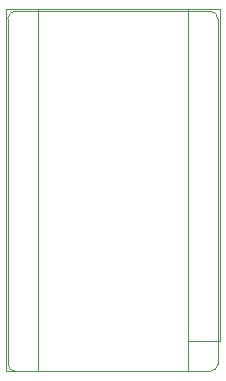
<source format=gbr>
%TF.GenerationSoftware,KiCad,Pcbnew,5.1.7+dfsg1-1~bpo10+1*%
%TF.CreationDate,Date%
%TF.ProjectId,ProMicro_TEST,50726f4d-6963-4726-9f5f-544553542e6b,v1.0*%
%TF.SameCoordinates,Original*%
%TF.FileFunction,Legend,Top*%
%TF.FilePolarity,Positive*%
%FSLAX45Y45*%
G04 Gerber Fmt 4.5, Leading zero omitted, Abs format (unit mm)*
G04 Created by KiCad*
%MOMM*%
%LPD*%
G01*
G04 APERTURE LIST*
%TA.AperFunction,Profile*%
%ADD10C,0.100000*%
%TD*%
%ADD11C,0.120000*%
%ADD12R,2.000000X2.000000*%
%ADD13O,2.000000X2.000000*%
G04 APERTURE END LIST*
D10*
X127000Y2857500D02*
X127000Y-63500D01*
X-1651000Y-63500D02*
X-1651000Y2857500D01*
X-1587500Y-127000D02*
G75*
G02*
X-1651000Y-63500I0J63500D01*
G01*
X127000Y-63500D02*
G75*
G02*
X63500Y-127000I-63500J0D01*
G01*
X63500Y2921000D02*
G75*
G02*
X127000Y2857500I0J-63500D01*
G01*
X-1651000Y2857500D02*
G75*
G02*
X-1587500Y2921000I63500J0D01*
G01*
X63500Y-127000D02*
X-1587500Y-127000D01*
X-1587500Y2921000D02*
X63500Y2921000D01*
D11*
X142000Y127000D02*
X142000Y2936000D01*
X-1397000Y-127000D02*
X-1397000Y2936000D01*
X-127000Y127000D02*
X142000Y127000D01*
X-127000Y-127000D02*
X-127000Y2936000D01*
X142000Y2936000D02*
X-1666000Y2936000D01*
X-1666000Y2936000D02*
X-1666000Y-127000D01*
X-1666000Y-127000D02*
X-127000Y-127000D01*
%LPC*%
D12*
X0Y0D03*
D13*
X0Y254000D03*
X0Y508000D03*
X-1524000Y2794000D03*
X0Y762000D03*
X-1524000Y2540000D03*
X0Y1016000D03*
X-1524000Y2286000D03*
X0Y1270000D03*
X-1524000Y2032000D03*
X0Y1524000D03*
X-1524000Y1778000D03*
X0Y1778000D03*
X-1524000Y1524000D03*
X0Y2032000D03*
X-1524000Y1270000D03*
X0Y2286000D03*
X-1524000Y1016000D03*
X0Y2540000D03*
X-1524000Y762000D03*
X0Y2794000D03*
X-1524000Y508000D03*
X-1524000Y254000D03*
X-1524000Y0D03*
M02*

</source>
